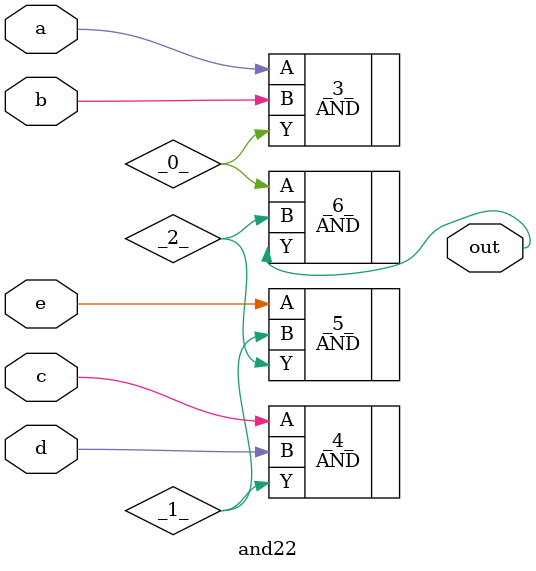
<source format=v>
/* Generated by Yosys 0.41+83 (git sha1 7045cf509, x86_64-w64-mingw32-g++ 13.2.1 -Os) */

/* cells_not_processed =  1  */
/* src = "and22.v:3.1-14.10" */
module and22(a, b, c, d, e, out);
  wire _0_;
  wire _1_;
  wire _2_;
  /* src = "and22.v:4.9-4.10" */
  input a;
  wire a;
  /* src = "and22.v:5.9-5.10" */
  input b;
  wire b;
  /* src = "and22.v:6.9-6.10" */
  input c;
  wire c;
  /* src = "and22.v:7.9-7.10" */
  input d;
  wire d;
  /* src = "and22.v:8.9-8.10" */
  input e;
  wire e;
  /* src = "and22.v:9.10-9.13" */
  output out;
  wire out;
  AND _3_ (
    .A(a),
    .B(b),
    .Y(_0_)
  );
  AND _4_ (
    .A(c),
    .B(d),
    .Y(_1_)
  );
  AND _5_ (
    .A(e),
    .B(_1_),
    .Y(_2_)
  );
  AND _6_ (
    .A(_0_),
    .B(_2_),
    .Y(out)
  );
endmodule

</source>
